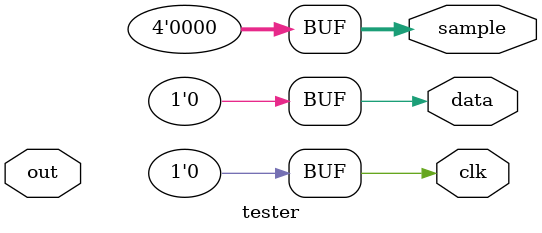
<source format=v>
`include "serial_to_parallel.v"



module testbench;


	wire [7:0] out;
	wire [3:0] sample;
	wire data;
	wire clk;

	serial_to_parallel stp(out, sample, data, clk);
	tester tester(out, sample, data, clk);

	initial begin
		$dumpfile("serial_to_parallel.vcd");
		$dumpvars;
	end
endmodule



module tester(out, sample, data, clk);
	output reg [3:0] sample;
	output reg data, clk;
	input [7:0] out;

	parameter stimDelay = 20;

	initial begin
	
		#stimDelay;
		#stimDelay; clk = 1; sample = 0; data = 0;
		#stimDelay clk = 0;


		#stimDelay; clk = 1; sample = 0; data = 0;
		#stimDelay clk = 0;
		
		#stimDelay; clk = 1; sample = 0; data = 0;
		#stimDelay clk = 0;

		#stimDelay; clk = 1; sample = 4'b0111; data = 0;
		#stimDelay clk = 0;
		#stimDelay; clk = 1; sample = 0; data = 1;
		#stimDelay clk = 0;



		#stimDelay; clk = 1; sample = 0; data = 1;
		#stimDelay clk = 0;
		#stimDelay; clk = 1; sample = 0; data = 1;
		#stimDelay clk = 0;
		#stimDelay; clk = 1; sample = 0; data = 1;
		#stimDelay clk = 0;
		#stimDelay; clk = 1; sample = 0; data = 1;
		#stimDelay clk = 0;
		#stimDelay; clk = 1; sample = 4'b0111; data = 1;
		#stimDelay clk = 0;
		#stimDelay; clk = 1; sample = 0; data = 0;
		#stimDelay clk = 0;
		#stimDelay; clk = 1; sample = 0; data = 0;
		#stimDelay clk = 0;
		#stimDelay; clk = 1; sample = 0; data = 0;
		#stimDelay clk = 0;
		#stimDelay; clk = 1; sample = 0; data = 0;
		#stimDelay clk = 0;
		#stimDelay; clk = 1; sample = 4'b0111; data = 0;
		#stimDelay clk = 0;
		#stimDelay; clk = 1; sample = 0; data = 0;
		#stimDelay clk = 0;
		#stimDelay; clk = 1; sample = 4'b0111; data = 1;
		#stimDelay clk = 0;
		#stimDelay; clk = 1; sample = 0; data = 0;
		#stimDelay clk = 0;
		#stimDelay; clk = 1; sample = 4'b0111; data = 0;
		#stimDelay clk = 0;
		#stimDelay; clk = 1; sample = 4'b0111; data = 1;
		#stimDelay clk = 0;


		#stimDelay; clk = 1; sample = 0; data = 0;
		#stimDelay clk = 0;
	end

endmodule

</source>
